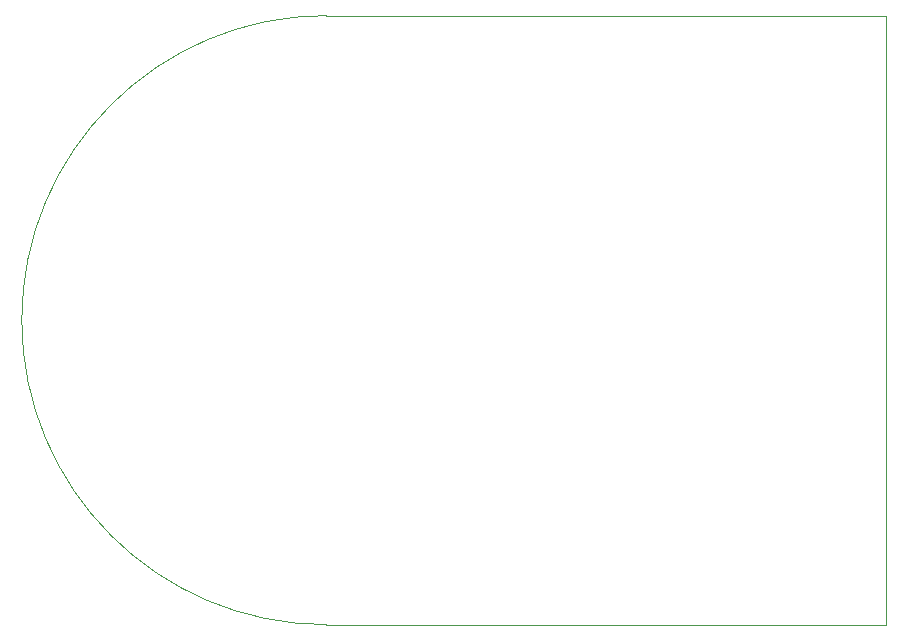
<source format=gbr>
G04*
G04 #@! TF.GenerationSoftware,Altium Limited,Altium Designer,25.1.2 (22)*
G04*
G04 Layer_Color=0*
%FSLAX25Y25*%
%MOIN*%
G70*
G04*
G04 #@! TF.SameCoordinates,E7EE586C-05D5-46D5-8D4D-84EA4DFC6535*
G04*
G04*
G04 #@! TF.FilePolarity,Positive*
G04*
G01*
G75*
%ADD84C,0.00100*%
D84*
X478000Y274995D02*
G02*
X478000Y478005I0J101505D01*
G01*
X664495D01*
X664500Y478000D01*
X664500Y275000D01*
X664495Y274995D01*
X478000D01*
M02*

</source>
